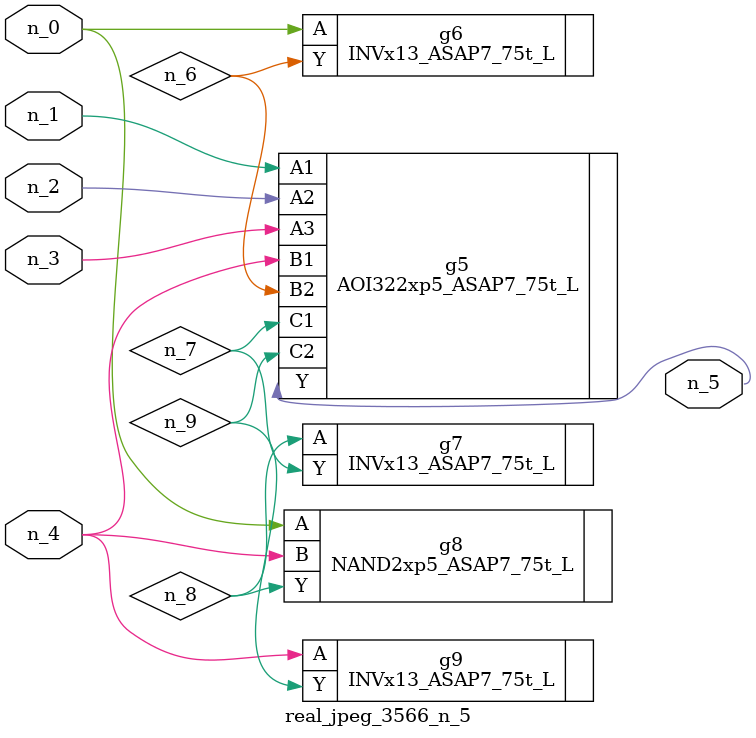
<source format=v>
module real_jpeg_3566_n_5 (n_4, n_0, n_1, n_2, n_3, n_5);

input n_4;
input n_0;
input n_1;
input n_2;
input n_3;

output n_5;

wire n_8;
wire n_6;
wire n_7;
wire n_9;

INVx13_ASAP7_75t_L g6 ( 
.A(n_0),
.Y(n_6)
);

NAND2xp5_ASAP7_75t_L g8 ( 
.A(n_0),
.B(n_4),
.Y(n_8)
);

AOI322xp5_ASAP7_75t_L g5 ( 
.A1(n_1),
.A2(n_2),
.A3(n_3),
.B1(n_4),
.B2(n_6),
.C1(n_7),
.C2(n_9),
.Y(n_5)
);

INVx13_ASAP7_75t_L g9 ( 
.A(n_4),
.Y(n_9)
);

INVx13_ASAP7_75t_L g7 ( 
.A(n_8),
.Y(n_7)
);


endmodule
</source>
